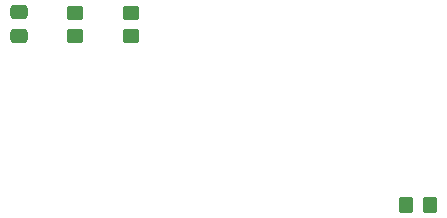
<source format=gbr>
%TF.GenerationSoftware,KiCad,Pcbnew,8.0.7-8.0.7-0~ubuntu24.04.1*%
%TF.CreationDate,2024-12-30T21:09:26+02:00*%
%TF.ProjectId,LRL5,4c524c35-2e6b-4696-9361-645f70636258,rev?*%
%TF.SameCoordinates,Original*%
%TF.FileFunction,Paste,Bot*%
%TF.FilePolarity,Positive*%
%FSLAX46Y46*%
G04 Gerber Fmt 4.6, Leading zero omitted, Abs format (unit mm)*
G04 Created by KiCad (PCBNEW 8.0.7-8.0.7-0~ubuntu24.04.1) date 2024-12-30 21:09:26*
%MOMM*%
%LPD*%
G01*
G04 APERTURE LIST*
G04 Aperture macros list*
%AMRoundRect*
0 Rectangle with rounded corners*
0 $1 Rounding radius*
0 $2 $3 $4 $5 $6 $7 $8 $9 X,Y pos of 4 corners*
0 Add a 4 corners polygon primitive as box body*
4,1,4,$2,$3,$4,$5,$6,$7,$8,$9,$2,$3,0*
0 Add four circle primitives for the rounded corners*
1,1,$1+$1,$2,$3*
1,1,$1+$1,$4,$5*
1,1,$1+$1,$6,$7*
1,1,$1+$1,$8,$9*
0 Add four rect primitives between the rounded corners*
20,1,$1+$1,$2,$3,$4,$5,0*
20,1,$1+$1,$4,$5,$6,$7,0*
20,1,$1+$1,$6,$7,$8,$9,0*
20,1,$1+$1,$8,$9,$2,$3,0*%
G04 Aperture macros list end*
%ADD10RoundRect,0.250000X-0.450000X0.350000X-0.450000X-0.350000X0.450000X-0.350000X0.450000X0.350000X0*%
%ADD11RoundRect,0.250000X0.475000X-0.337500X0.475000X0.337500X-0.475000X0.337500X-0.475000X-0.337500X0*%
%ADD12RoundRect,0.250000X0.450000X-0.350000X0.450000X0.350000X-0.450000X0.350000X-0.450000X-0.350000X0*%
%ADD13RoundRect,0.250000X0.350000X0.450000X-0.350000X0.450000X-0.350000X-0.450000X0.350000X-0.450000X0*%
G04 APERTURE END LIST*
D10*
%TO.C,R2*%
X152000000Y-40000000D03*
X152000000Y-42000000D03*
%TD*%
D11*
%TO.C,C1*%
X142500000Y-42000000D03*
X142500000Y-39925000D03*
%TD*%
D12*
%TO.C,R1*%
X147250000Y-42000000D03*
X147250000Y-40000000D03*
%TD*%
D13*
%TO.C,R8*%
X177250000Y-56250000D03*
X175250000Y-56250000D03*
%TD*%
M02*

</source>
